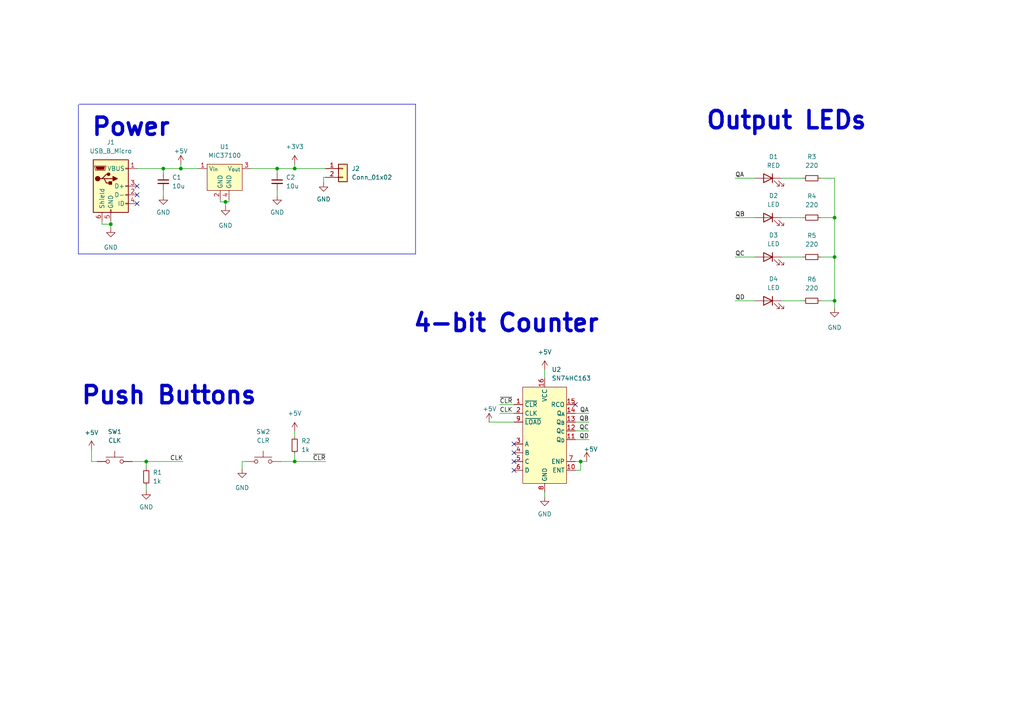
<source format=kicad_sch>
(kicad_sch (version 20230121) (generator eeschema)
  (paper "A4")
  (title_block (title "4-bit Counter Worksgop") (date "2023-11-11") (rev "1.0") (company "NYU Formula SAE") (comment 1 "By: Andres Bravo"))
  (lib_symbols
    (symbol "Connector:USB_B_Micro" (pin_names (offset 1.016))
      (property "Reference" "J" (at -5.08 11.43 0))
      (property "Value" "USB_B_Micro" (at -5.08 8.89 0))
      (symbol "USB_B_Micro_0_1"
        (rectangle (start -5.08 -7.62) (end 5.08 7.62) (stroke (width 0.254)) (fill (type background)))
        (circle (center -3.81 2.159) (radius 0.635) (stroke (width 0.254)) (fill (type outline)))
        (circle (center -0.635 3.429) (radius 0.381) (stroke (width 0.254)) (fill (type outline)))
        (rectangle (start -0.127 -7.62) (end 0.127 -6.858))
        (polyline (pts (xy -1.905 2.159) (xy 0.635 2.159)) (stroke (width 0.254)))
        (polyline (pts (xy -3.175 2.159) (xy -2.54 2.159) (xy -1.27 3.429) (xy -0.635 3.429)) (stroke (width 0.254)))
        (polyline (pts (xy -2.54 2.159) (xy -1.905 2.159) (xy -1.27 0.889) (xy 0 0.889)) (stroke (width 0.254)))
        (polyline (pts (xy 0.635 2.794) (xy 0.635 1.524) (xy 1.905 2.159) (xy 0.635 2.794)) (stroke (width 0.254)) (fill (type outline)))
        (polyline (pts (xy -4.318 5.588) (xy -1.778 5.588) (xy -2.032 4.826) (xy -4.064 4.826) (xy -4.318 5.588)) (fill (type outline)))
        (polyline (pts (xy -4.699 5.842) (xy -4.699 5.588) (xy -4.445 4.826) (xy -4.445 4.572) (xy -1.651 4.572) (xy -1.651 4.826) (xy -1.397 5.588) (xy -1.397 5.842) (xy -4.699 5.842)))
        (rectangle (start 0.254 1.27) (end -0.508 0.508) (stroke (width 0.254)) (fill (type outline)))
        (rectangle (start 5.08 -5.207) (end 4.318 -4.953))
        (rectangle (start 5.08 -2.667) (end 4.318 -2.413))
        (rectangle (start 5.08 -0.127) (end 4.318 0.127))
        (rectangle (start 5.08 4.953) (end 4.318 5.207))
      )
      (symbol "USB_B_Micro_1_1"
        (pin power_out line (at 7.62 5.08 180) (length 2.54) (name "VBUS") (number "1"))
        (pin bidirectional line (at 7.62 -2.54 180) (length 2.54) (name "D-") (number "2"))
        (pin bidirectional line (at 7.62 0 180) (length 2.54) (name "D+") (number "3"))
        (pin passive line (at 7.62 -5.08 180) (length 2.54) (name "ID") (number "4"))
        (pin power_out line (at 0 -10.16 90) (length 2.54) (name "GND") (number "5"))
        (pin passive line (at -2.54 -10.16 90) (length 2.54) (name "Shield") (number "6"))
      )
    )
    (symbol "Connector_Generic:Conn_01x02" (pin_names (offset 1.016) hide)
      (property "Reference" "J" (at 0 2.54 0))
      (property "Value" "Conn_01x02" (at 0 -5.08 0))
      (symbol "Conn_01x02_1_1"
        (rectangle (start -1.27 -2.413) (end 0 -2.667) (stroke (width 0.1524)))
        (rectangle (start -1.27 0.127) (end 0 -0.127) (stroke (width 0.1524)))
        (rectangle (start -1.27 1.27) (end 1.27 -3.81) (stroke (width 0.254)) (fill (type background)))
        (pin passive line (at -5.08 0 0) (length 3.81) (name "Pin_1") (number "1"))
        (pin passive line (at -5.08 -2.54 0) (length 3.81) (name "Pin_2") (number "2"))
      )
    )
    (symbol "Device:C_Small" (pin_numbers hide) (pin_names (offset 0.254) hide)
      (property "Reference" "C" (at 0.254 1.778 0))
      (property "Value" "C_Small" (at 0.254 -2.032 0))
      (symbol "C_Small_0_1"
        (polyline (pts (xy -1.524 -0.508) (xy 1.524 -0.508)) (stroke (width 0.3302)))
        (polyline (pts (xy -1.524 0.508) (xy 1.524 0.508)) (stroke (width 0.3048)))
      )
      (symbol "C_Small_1_1"
        (pin passive line (at 0 2.54 270) (length 2.032) (name "~") (number "1"))
        (pin passive line (at 0 -2.54 90) (length 2.032) (name "~") (number "2"))
      )
    )
    (symbol "Device:LED" (pin_numbers hide) (pin_names (offset 1.016) hide)
      (property "Reference" "D" (at 0 2.54 0))
      (property "Value" "LED" (at 0 -2.54 0))
      (symbol "LED_0_1"
        (polyline (pts (xy -1.27 -1.27) (xy -1.27 1.27)) (stroke (width 0.254)))
        (polyline (pts (xy -1.27 0) (xy 1.27 0)))
        (polyline (pts (xy 1.27 -1.27) (xy 1.27 1.27) (xy -1.27 0) (xy 1.27 -1.27)) (stroke (width 0.254)))
        (polyline (pts (xy -3.048 -0.762) (xy -4.572 -2.286) (xy -3.81 -2.286) (xy -4.572 -2.286) (xy -4.572 -1.524)))
        (polyline (pts (xy -1.778 -0.762) (xy -3.302 -2.286) (xy -2.54 -2.286) (xy -3.302 -2.286) (xy -3.302 -1.524)))
      )
      (symbol "LED_1_1"
        (pin passive line (at -3.81 0 0) (length 2.54) (name "K") (number "1"))
        (pin passive line (at 3.81 0 180) (length 2.54) (name "A") (number "2"))
      )
    )
    (symbol "Device:R_Small" (pin_numbers hide) (pin_names (offset 0.254) hide)
      (property "Reference" "R" (at 0.762 0.508 0))
      (property "Value" "R_Small" (at 0.762 -1.016 0))
      (symbol "R_Small_0_1"
        (rectangle (start -0.762 1.778) (end 0.762 -1.778) (stroke (width 0.2032)))
      )
      (symbol "R_Small_1_1"
        (pin passive line (at 0 2.54 270) (length 0.762) (name "~") (number "1"))
        (pin passive line (at 0 -2.54 90) (length 0.762) (name "~") (number "2"))
      )
    )
    (symbol "Switch:SW_Push" (pin_numbers hide) (pin_names (offset 1.016) hide)
      (property "Reference" "SW" (at 1.27 2.54 0))
      (property "Value" "SW_Push" (at 0 -1.524 0))
      (symbol "SW_Push_0_1"
        (circle (center -2.032 0) (radius 0.508))
        (polyline (pts (xy 0 1.27) (xy 0 3.048)))
        (polyline (pts (xy 2.54 1.27) (xy -2.54 1.27)))
        (circle (center 2.032 0) (radius 0.508))
        (pin passive line (at -5.08 0 0) (length 2.54) (name "1") (number "1"))
        (pin passive line (at 5.08 0 180) (length 2.54) (name "2") (number "2"))
      )
    )
    (symbol "power:+3V3" (power) (pin_names (offset 0))
      (property "Value" "+3V3" (at 0 3.556 0))
      (symbol "+3V3_0_1"
        (polyline (pts (xy -0.762 1.27) (xy 0 2.54)))
        (polyline (pts (xy 0 0) (xy 0 2.54)))
        (polyline (pts (xy 0 2.54) (xy 0.762 1.27)))
      )
      (symbol "+3V3_1_1"
        (pin power_in line (at 0 0 90) (length 0) hide (name "+3V3") (number "1"))
      )
    )
    (symbol "power:+5V" (power) (pin_names (offset 0))
      (property "Value" "+5V" (at 0 3.556 0))
      (symbol "+5V_0_1"
        (polyline (pts (xy -0.762 1.27) (xy 0 2.54)))
        (polyline (pts (xy 0 0) (xy 0 2.54)))
        (polyline (pts (xy 0 2.54) (xy 0.762 1.27)))
      )
      (symbol "+5V_1_1"
        (pin power_in line (at 0 0 90) (length 0) hide (name "+5V") (number "1"))
      )
    )
    (symbol "power:GND" (power) (pin_names (offset 0))
      (property "Value" "GND" (at 0 -3.81 0))
      (symbol "GND_0_1"
        (polyline (pts (xy 0 0) (xy 0 -1.27) (xy 1.27 -1.27) (xy 0 -2.54) (xy -1.27 -1.27) (xy 0 -1.27)))
      )
      (symbol "GND_1_1"
        (pin power_in line (at 0 0 270) (length 0) hide (name "GND") (number "1"))
      )
    )
    (symbol "workshop_lib:MIC37100"
      (property "Reference" "U" (at 2.54 8.89 0))
      (property "Value" "MIC37100" (at 6.35 -1.27 0))
      (symbol "MIC37100_0_1"
        (rectangle (start -5.08 7.62) (end 5.08 0) (fill (type background)))
      )
      (symbol "MIC37100_1_1"
        (pin input line (at -7.62 6.35 0) (length 2.54) (name "V_{in}") (number "1"))
        (pin input line (at -1.27 -2.54 90) (length 2.54) (name "GND") (number "2"))
        (pin input line (at 7.62 6.35 180) (length 2.54) (name "V_{out}") (number "3"))
        (pin input line (at 1.27 -2.54 90) (length 2.54) (name "GND") (number "4"))
      )
    )
    (symbol "workshop_lib:SN74HC163"
      (property "Reference" "U" (at 5.08 20.32 0))
      (property "Value" "SN74HC163" (at 6.35 -10.16 0))
      (symbol "SN74HC163_0_1"
        (rectangle (start -6.35 19.05) (end 6.35 -8.89) (fill (type background)))
      )
      (symbol "SN74HC163_1_1"
        (pin input line (at -8.89 13.97 0) (length 2.54) (name "~{CLR}") (number "1"))
        (pin input line (at 8.89 -5.08 180) (length 2.54) (name "ENT") (number "10"))
        (pin input line (at 8.89 3.81 180) (length 2.54) (name "Q_{D}") (number "11"))
        (pin input line (at 8.89 6.35 180) (length 2.54) (name "Q_{C}") (number "12"))
        (pin input line (at 8.89 8.89 180) (length 2.54) (name "Q_{B}") (number "13"))
        (pin input line (at 8.89 11.43 180) (length 2.54) (name "Q_{A}") (number "14"))
        (pin input line (at 8.89 13.97 180) (length 2.54) (name "RCO") (number "15"))
        (pin input line (at 0 21.59 270) (length 2.54) (name "VCC") (number "16"))
        (pin input line (at -8.89 11.43 0) (length 2.54) (name "CLK") (number "2"))
        (pin input line (at -8.89 2.54 0) (length 2.54) (name "A") (number "3"))
        (pin input line (at -8.89 0 0) (length 2.54) (name "B") (number "4"))
        (pin input line (at -8.89 -2.54 0) (length 2.54) (name "C") (number "5"))
        (pin input line (at -8.89 -5.08 0) (length 2.54) (name "D") (number "6"))
        (pin input line (at 8.89 -2.54 180) (length 2.54) (name "ENP") (number "7"))
        (pin input line (at 0 -11.43 90) (length 2.54) (name "GND") (number "8"))
        (pin input line (at -8.89 8.89 0) (length 2.54) (name "~{LOAD}") (number "9"))
      )
    )
  )
  (junction (at 242.062 87.249))
  (junction (at 32.131 65.024))
  (junction (at 65.405 58.547))
  (junction (at 168.402 133.858))
  (junction (at 85.471 133.858))
  (junction (at 85.471 48.895))
  (junction (at 242.062 74.549))
  (junction (at 52.451 48.895))
  (junction (at 42.418 133.858))
  (junction (at 47.371 48.895))
  (junction (at 242.062 63.119))
  (junction (at 80.391 48.895))
  (no_connect (at 39.751 53.975))
  (no_connect (at 39.751 59.055))
  (no_connect (at 39.751 56.515))
  (no_connect (at 149.098 131.318))
  (no_connect (at 149.098 133.858))
  (no_connect (at 149.098 128.778))
  (no_connect (at 149.098 136.398))
  (no_connect (at 166.878 117.348))
  (wire (pts (xy 144.907 117.348) (xy 149.098 117.348)))
  (wire (pts (xy 26.543 133.858) (xy 28.194 133.858)))
  (wire (pts (xy 166.878 133.858) (xy 168.402 133.858)))
  (wire (pts (xy 42.418 133.858) (xy 42.418 135.763)))
  (wire (pts (xy 237.998 74.549) (xy 242.062 74.549)))
  (wire (pts (xy 42.418 133.858) (xy 53.086 133.858)))
  (wire (pts (xy 71.247 133.858) (xy 70.231 133.858)))
  (wire (pts (xy 226.568 63.119) (xy 232.918 63.119)))
  (wire (pts (xy 80.391 48.895) (xy 85.471 48.895)))
  (wire (pts (xy 29.591 65.024) (xy 32.131 65.024)))
  (wire (pts (xy 237.998 87.249) (xy 242.062 87.249)))
  (wire (pts (xy 47.371 48.895) (xy 47.371 50.165)))
  (polyline (pts (xy 120.523 73.66) (xy 22.733 73.66)))
  (wire (pts (xy 226.568 87.249) (xy 232.918 87.249)))
  (wire (pts (xy 166.878 136.398) (xy 168.402 136.398)))
  (wire (pts (xy 42.418 140.843) (xy 42.418 142.24)))
  (wire (pts (xy 242.062 63.119) (xy 242.062 74.549)))
  (wire (pts (xy 237.998 63.119) (xy 242.062 63.119)))
  (wire (pts (xy 39.751 48.895) (xy 47.371 48.895)))
  (wire (pts (xy 65.405 58.547) (xy 65.405 59.817)))
  (wire (pts (xy 80.391 55.245) (xy 80.391 56.769)))
  (wire (pts (xy 242.062 51.689) (xy 242.062 63.119)))
  (polyline (pts (xy 22.733 73.66) (xy 22.733 30.353)))
  (wire (pts (xy 226.568 74.549) (xy 232.918 74.549)))
  (wire (pts (xy 213.233 51.689) (xy 218.948 51.689)))
  (wire (pts (xy 63.881 57.785) (xy 63.881 58.547)))
  (wire (pts (xy 80.391 48.895) (xy 80.391 50.165)))
  (wire (pts (xy 237.998 51.689) (xy 242.062 51.689)))
  (wire (pts (xy 93.853 51.435) (xy 93.853 52.959)))
  (wire (pts (xy 85.471 125.095) (xy 85.471 126.619)))
  (wire (pts (xy 85.471 133.858) (xy 94.488 133.858)))
  (wire (pts (xy 94.361 51.435) (xy 93.853 51.435)))
  (wire (pts (xy 213.233 74.549) (xy 218.948 74.549)))
  (wire (pts (xy 242.062 74.549) (xy 242.062 87.249)))
  (wire (pts (xy 213.233 87.249) (xy 218.948 87.249)))
  (polyline (pts (xy 22.987 30.226) (xy 120.523 30.226)))
  (wire (pts (xy 144.907 119.888) (xy 149.098 119.888)))
  (wire (pts (xy 52.451 48.895) (xy 57.531 48.895)))
  (wire (pts (xy 81.407 133.858) (xy 85.471 133.858)))
  (wire (pts (xy 166.878 119.888) (xy 170.815 119.888)))
  (wire (pts (xy 63.881 58.547) (xy 65.405 58.547)))
  (wire (pts (xy 213.233 63.119) (xy 218.948 63.119)))
  (wire (pts (xy 66.421 57.785) (xy 66.421 58.547)))
  (wire (pts (xy 157.988 142.748) (xy 157.988 144.145)))
  (wire (pts (xy 38.354 133.858) (xy 42.418 133.858)))
  (wire (pts (xy 72.771 48.895) (xy 80.391 48.895)))
  (wire (pts (xy 242.062 87.249) (xy 242.062 89.408)))
  (wire (pts (xy 26.543 130.429) (xy 26.543 133.858)))
  (wire (pts (xy 52.451 47.625) (xy 52.451 48.895)))
  (wire (pts (xy 166.878 127.508) (xy 170.815 127.508)))
  (wire (pts (xy 85.471 47.625) (xy 85.471 48.895)))
  (wire (pts (xy 166.878 124.968) (xy 170.815 124.968)))
  (wire (pts (xy 168.402 133.858) (xy 170.18 133.858)))
  (wire (pts (xy 85.471 131.699) (xy 85.471 133.858)))
  (wire (pts (xy 70.231 133.858) (xy 70.231 136.017)))
  (wire (pts (xy 32.131 64.135) (xy 32.131 65.024)))
  (wire (pts (xy 166.878 122.428) (xy 170.815 122.428)))
  (wire (pts (xy 47.371 55.245) (xy 47.371 56.769)))
  (wire (pts (xy 32.131 65.024) (xy 32.131 66.167)))
  (wire (pts (xy 65.405 58.547) (xy 66.421 58.547)))
  (wire (pts (xy 157.988 107.188) (xy 157.988 109.728)))
  (wire (pts (xy 168.402 136.398) (xy 168.402 133.858)))
  (wire (pts (xy 226.568 51.689) (xy 232.918 51.689)))
  (wire (pts (xy 47.371 48.895) (xy 52.451 48.895)))
  (polyline (pts (xy 120.523 30.226) (xy 120.523 73.66)))
  (wire (pts (xy 29.591 64.135) (xy 29.591 65.024)))
  (wire (pts (xy 141.859 122.428) (xy 149.098 122.428)))
  (wire (pts (xy 170.18 133.858) (xy 170.18 133.731)))
  (wire (pts (xy 85.471 48.895) (xy 94.361 48.895)))
  (text "Push Buttons" (at 23.241 117.729 0) (effects (font (size 5 5) bold) (justify left bottom)))
  (text "Power" (at 26.289 39.878 0) (effects (font (size 5 5) bold) (justify left bottom)))
  (text "Output LEDs\n" (at 204.47 37.973 0) (effects (font (size 5 5) bold) (justify left bottom)))
  (text "4-bit Counter\n" (at 119.507 96.774 0) (effects (font (size 5 5) bold) (justify left bottom)))
  (label "CLK" (at 144.907 119.888 0))
  (label "QA" (at 213.233 51.689 0))
  (label "CLK" (at 53.086 133.858 180))
  (label "~{CLR}" (at 94.488 133.858 180))
  (label "QB" (at 170.815 122.428 180))
  (label "~{CLR}" (at 144.907 117.348 0))
  (label "QC" (at 213.233 74.549 0))
  (label "QA" (at 170.815 119.888 180))
  (label "QC" (at 170.815 124.968 180))
  (label "QD" (at 213.233 87.249 0))
  (label "QB" (at 213.233 63.119 0))
  (label "QD" (at 170.815 127.508 180))
  (symbol (lib_id "Device:R_Small") (at 85.471 129.159 0) (unit 1)
    (property "Reference" "R2" (at 87.376 127.8889 0) (effects (justify left)))
    (property "Value" "1k" (at 87.376 130.4289 0) (effects (justify left)))
  )
  (symbol (lib_id "Connector_Generic:Conn_01x02") (at 99.441 48.895 0) (unit 1)
    (property "Reference" "J2" (at 101.981 48.8949 0) (effects (justify left)))
    (property "Value" "Conn_01x02" (at 101.981 51.4349 0) (effects (justify left)))
  )
  (symbol (lib_id "Device:R_Small") (at 235.458 63.119 90) (unit 1)
    (property "Reference" "R4" (at 235.458 56.896 90))
    (property "Value" "220" (at 235.458 59.436 90))
  )
  (symbol (lib_id "Device:C_Small") (at 47.371 52.705 0) (unit 1)
    (property "Reference" "C1" (at 49.911 51.4412 0) (effects (justify left)))
    (property "Value" "10u" (at 49.911 53.9812 0) (effects (justify left)))
  )
  (symbol (lib_id "power:GND") (at 157.988 144.145 0) (unit 1)
    (property "Reference" "#PWR0112" (effects hide))
    (property "Value" "GND" (at 157.988 149.098 0))
  )
  (symbol (lib_id "Connector:USB_B_Micro") (at 32.131 53.975 0) (unit 1)
    (property "Reference" "J1" (at 32.131 41.275 0))
    (property "Value" "USB_B_Micro" (at 32.131 43.815 0))
  )
  (symbol (lib_id "power:+5V") (at 141.859 122.428 0) (unit 1)
    (property "Reference" "#PWR0111" (effects hide))
    (property "Value" "+5V" (at 141.986 118.618 0))
  )
  (symbol (lib_id "Device:R_Small") (at 235.458 51.689 90) (unit 1)
    (property "Reference" "R3" (at 235.458 45.466 90))
    (property "Value" "220" (at 235.458 48.006 90))
  )
  (symbol (lib_id "Device:LED") (at 222.758 74.549 0) (mirror y) (unit 1)
    (property "Reference" "D3" (at 224.3455 68.199 0))
    (property "Value" "LED" (at 224.3455 70.739 0))
  )
  (symbol (lib_id "power:GND") (at 32.131 66.167 0) (unit 1)
    (property "Reference" "#PWR0103" (effects hide))
    (property "Value" "GND" (at 32.131 71.755 0))
  )
  (symbol (lib_id "power:+5V") (at 85.471 125.095 0) (unit 1)
    (property "Reference" "#PWR0113" (effects hide))
    (property "Value" "+5V" (at 85.471 119.888 0))
  )
  (symbol (lib_id "power:GND") (at 93.853 52.959 0) (unit 1)
    (property "Reference" "#PWR0101" (effects hide))
    (property "Value" "GND" (at 93.853 57.785 0))
  )
  (symbol (lib_id "power:+5V") (at 157.988 107.188 0) (unit 1)
    (property "Reference" "#PWR0110" (effects hide))
    (property "Value" "+5V" (at 157.988 102.108 0))
  )
  (symbol (lib_id "Device:R_Small") (at 42.418 138.303 0) (unit 1)
    (property "Reference" "R1" (at 44.323 137.0329 0) (effects (justify left)))
    (property "Value" "1k" (at 44.323 139.5729 0) (effects (justify left)))
  )
  (symbol (lib_id "power:+5V") (at 52.451 47.625 0) (unit 1)
    (property "Reference" "#PWR0104" (effects hide))
    (property "Value" "+5V" (at 52.451 43.815 0))
  )
  (symbol (lib_id "power:+5V") (at 170.18 133.731 0) (unit 1)
    (property "Reference" "#PWR0109" (effects hide))
    (property "Value" "+5V" (at 171.323 130.302 0))
  )
  (symbol (lib_id "Device:R_Small") (at 235.458 74.549 90) (unit 1)
    (property "Reference" "R5" (at 235.458 68.326 90))
    (property "Value" "220" (at 235.458 70.866 90))
  )
  (symbol (lib_id "Device:C_Small") (at 80.391 52.705 0) (unit 1)
    (property "Reference" "C2" (at 82.931 51.4412 0) (effects (justify left)))
    (property "Value" "10u" (at 82.931 53.9812 0) (effects (justify left)))
  )
  (symbol (lib_id "power:+3V3") (at 85.471 47.625 0) (unit 1)
    (property "Reference" "#PWR0107" (effects hide))
    (property "Value" "+3V3" (at 85.471 42.545 0))
  )
  (symbol (lib_id "Device:LED") (at 222.758 63.119 0) (mirror y) (unit 1)
    (property "Reference" "D2" (at 224.3455 56.769 0))
    (property "Value" "LED" (at 224.3455 59.309 0))
  )
  (symbol (lib_id "power:GND") (at 65.405 59.817 0) (unit 1)
    (property "Reference" "#PWR0102" (effects hide))
    (property "Value" "GND" (at 65.405 65.405 0))
  )
  (symbol (lib_id "Device:LED") (at 222.758 87.249 0) (mirror y) (unit 1)
    (property "Reference" "D4" (at 224.3455 80.899 0))
    (property "Value" "LED" (at 224.3455 83.439 0))
  )
  (symbol (lib_id "workshop_lib:MIC37100") (at 65.151 55.245 0) (unit 1)
    (property "Reference" "U1" (at 65.151 42.545 0))
    (property "Value" "MIC37100" (at 65.151 45.085 0))
  )
  (symbol (lib_id "power:+5V") (at 26.543 130.429 0) (unit 1)
    (property "Reference" "#PWR0115" (effects hide))
    (property "Value" "+5V" (at 26.543 125.476 0))
  )
  (symbol (lib_id "power:GND") (at 42.418 142.24 0) (unit 1)
    (property "Reference" "#PWR0114" (effects hide))
    (property "Value" "GND" (at 42.418 147.066 0))
  )
  (symbol (lib_id "Device:R_Small") (at 235.458 87.249 90) (unit 1)
    (property "Reference" "R6" (at 235.458 81.026 90))
    (property "Value" "220" (at 235.458 83.566 90))
  )
  (symbol (lib_id "power:GND") (at 47.371 56.769 0) (unit 1)
    (property "Reference" "#PWR0105" (effects hide))
    (property "Value" "GND" (at 47.371 61.595 0))
  )
  (symbol (lib_id "power:GND") (at 242.062 89.408 0) (unit 1)
    (property "Reference" "#PWR0108" (effects hide))
    (property "Value" "GND" (at 242.062 94.996 0))
  )
  (symbol (lib_id "Device:LED") (at 222.758 51.689 0) (mirror y) (unit 1)
    (property "Reference" "D1" (at 224.3455 45.466 0))
    (property "Value" "RED" (at 224.3455 48.006 0))
  )
  (symbol (lib_id "power:GND") (at 70.231 136.017 0) (unit 1)
    (property "Reference" "#PWR0116" (effects hide))
    (property "Value" "GND" (at 70.231 141.478 0))
  )
  (symbol (lib_id "Switch:SW_Push") (at 76.327 133.858 0) (unit 1)
    (property "Reference" "SW2" (at 76.327 125.222 0))
    (property "Value" "CLR" (at 76.327 127.762 0))
  )
  (symbol (lib_id "power:GND") (at 80.391 56.769 0) (unit 1)
    (property "Reference" "#PWR0106" (effects hide))
    (property "Value" "GND" (at 80.391 61.595 0))
  )
  (symbol (lib_id "workshop_lib:SN74HC163") (at 157.988 131.318 0) (unit 1)
    (property "Reference" "U2" (at 160.0074 107.188 0) (effects (justify left)))
    (property "Value" "SN74HC163" (at 160.0074 109.728 0) (effects (justify left)))
  )
  (symbol (lib_id "Switch:SW_Push") (at 33.274 133.858 0) (unit 1)
    (property "Reference" "SW1" (at 33.274 125.222 0))
    (property "Value" "CLK" (at 33.274 127.762 0))
  )
)
</source>
